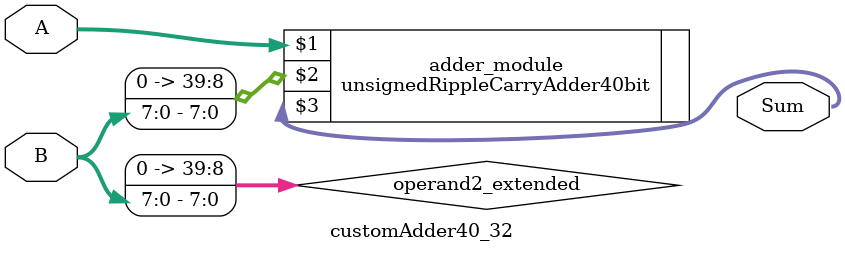
<source format=v>
module customAdder40_32(
                        input [39 : 0] A,
                        input [7 : 0] B,
                        
                        output [40 : 0] Sum
                );

        wire [39 : 0] operand2_extended;
        
        assign operand2_extended =  {32'b0, B};
        
        unsignedRippleCarryAdder40bit adder_module(
            A,
            operand2_extended,
            Sum
        );
        
        endmodule
        
</source>
